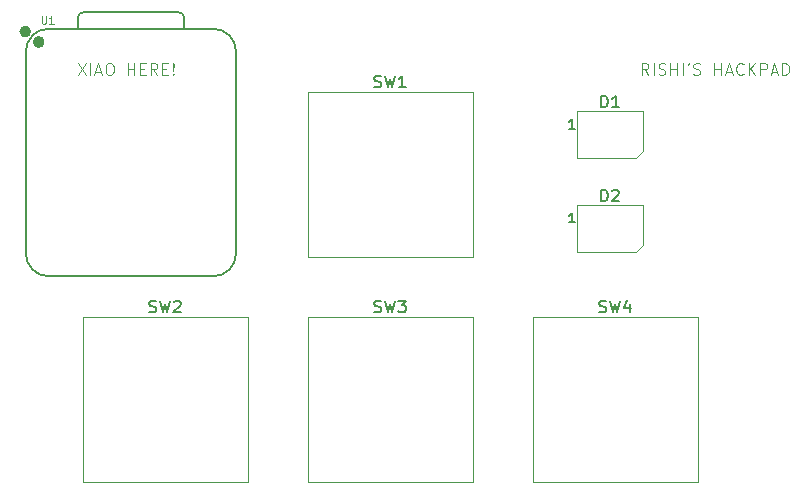
<source format=gbr>
%TF.GenerationSoftware,KiCad,Pcbnew,9.0.6*%
%TF.CreationDate,2025-11-24T17:16:53-08:00*%
%TF.ProjectId,Hackpad,4861636b-7061-4642-9e6b-696361645f70,rev?*%
%TF.SameCoordinates,Original*%
%TF.FileFunction,Legend,Top*%
%TF.FilePolarity,Positive*%
%FSLAX46Y46*%
G04 Gerber Fmt 4.6, Leading zero omitted, Abs format (unit mm)*
G04 Created by KiCad (PCBNEW 9.0.6) date 2025-11-24 17:16:53*
%MOMM*%
%LPD*%
G01*
G04 APERTURE LIST*
%ADD10C,0.100000*%
%ADD11C,0.101600*%
%ADD12C,0.150000*%
%ADD13C,0.127000*%
%ADD14C,0.504000*%
%ADD15C,0.120000*%
G04 APERTURE END LIST*
D10*
X177087812Y-87978669D02*
X176754479Y-87502478D01*
X176516384Y-87978669D02*
X176516384Y-86978669D01*
X176516384Y-86978669D02*
X176897336Y-86978669D01*
X176897336Y-86978669D02*
X176992574Y-87026288D01*
X176992574Y-87026288D02*
X177040193Y-87073907D01*
X177040193Y-87073907D02*
X177087812Y-87169145D01*
X177087812Y-87169145D02*
X177087812Y-87312002D01*
X177087812Y-87312002D02*
X177040193Y-87407240D01*
X177040193Y-87407240D02*
X176992574Y-87454859D01*
X176992574Y-87454859D02*
X176897336Y-87502478D01*
X176897336Y-87502478D02*
X176516384Y-87502478D01*
X177516384Y-87978669D02*
X177516384Y-86978669D01*
X177944955Y-87931050D02*
X178087812Y-87978669D01*
X178087812Y-87978669D02*
X178325907Y-87978669D01*
X178325907Y-87978669D02*
X178421145Y-87931050D01*
X178421145Y-87931050D02*
X178468764Y-87883430D01*
X178468764Y-87883430D02*
X178516383Y-87788192D01*
X178516383Y-87788192D02*
X178516383Y-87692954D01*
X178516383Y-87692954D02*
X178468764Y-87597716D01*
X178468764Y-87597716D02*
X178421145Y-87550097D01*
X178421145Y-87550097D02*
X178325907Y-87502478D01*
X178325907Y-87502478D02*
X178135431Y-87454859D01*
X178135431Y-87454859D02*
X178040193Y-87407240D01*
X178040193Y-87407240D02*
X177992574Y-87359621D01*
X177992574Y-87359621D02*
X177944955Y-87264383D01*
X177944955Y-87264383D02*
X177944955Y-87169145D01*
X177944955Y-87169145D02*
X177992574Y-87073907D01*
X177992574Y-87073907D02*
X178040193Y-87026288D01*
X178040193Y-87026288D02*
X178135431Y-86978669D01*
X178135431Y-86978669D02*
X178373526Y-86978669D01*
X178373526Y-86978669D02*
X178516383Y-87026288D01*
X178944955Y-87978669D02*
X178944955Y-86978669D01*
X178944955Y-87454859D02*
X179516383Y-87454859D01*
X179516383Y-87978669D02*
X179516383Y-86978669D01*
X179992574Y-87978669D02*
X179992574Y-86978669D01*
X180516383Y-86978669D02*
X180421145Y-87169145D01*
X180897335Y-87931050D02*
X181040192Y-87978669D01*
X181040192Y-87978669D02*
X181278287Y-87978669D01*
X181278287Y-87978669D02*
X181373525Y-87931050D01*
X181373525Y-87931050D02*
X181421144Y-87883430D01*
X181421144Y-87883430D02*
X181468763Y-87788192D01*
X181468763Y-87788192D02*
X181468763Y-87692954D01*
X181468763Y-87692954D02*
X181421144Y-87597716D01*
X181421144Y-87597716D02*
X181373525Y-87550097D01*
X181373525Y-87550097D02*
X181278287Y-87502478D01*
X181278287Y-87502478D02*
X181087811Y-87454859D01*
X181087811Y-87454859D02*
X180992573Y-87407240D01*
X180992573Y-87407240D02*
X180944954Y-87359621D01*
X180944954Y-87359621D02*
X180897335Y-87264383D01*
X180897335Y-87264383D02*
X180897335Y-87169145D01*
X180897335Y-87169145D02*
X180944954Y-87073907D01*
X180944954Y-87073907D02*
X180992573Y-87026288D01*
X180992573Y-87026288D02*
X181087811Y-86978669D01*
X181087811Y-86978669D02*
X181325906Y-86978669D01*
X181325906Y-86978669D02*
X181468763Y-87026288D01*
X182659240Y-87978669D02*
X182659240Y-86978669D01*
X182659240Y-87454859D02*
X183230668Y-87454859D01*
X183230668Y-87978669D02*
X183230668Y-86978669D01*
X183659240Y-87692954D02*
X184135430Y-87692954D01*
X183564002Y-87978669D02*
X183897335Y-86978669D01*
X183897335Y-86978669D02*
X184230668Y-87978669D01*
X185135430Y-87883430D02*
X185087811Y-87931050D01*
X185087811Y-87931050D02*
X184944954Y-87978669D01*
X184944954Y-87978669D02*
X184849716Y-87978669D01*
X184849716Y-87978669D02*
X184706859Y-87931050D01*
X184706859Y-87931050D02*
X184611621Y-87835811D01*
X184611621Y-87835811D02*
X184564002Y-87740573D01*
X184564002Y-87740573D02*
X184516383Y-87550097D01*
X184516383Y-87550097D02*
X184516383Y-87407240D01*
X184516383Y-87407240D02*
X184564002Y-87216764D01*
X184564002Y-87216764D02*
X184611621Y-87121526D01*
X184611621Y-87121526D02*
X184706859Y-87026288D01*
X184706859Y-87026288D02*
X184849716Y-86978669D01*
X184849716Y-86978669D02*
X184944954Y-86978669D01*
X184944954Y-86978669D02*
X185087811Y-87026288D01*
X185087811Y-87026288D02*
X185135430Y-87073907D01*
X185564002Y-87978669D02*
X185564002Y-86978669D01*
X186135430Y-87978669D02*
X185706859Y-87407240D01*
X186135430Y-86978669D02*
X185564002Y-87550097D01*
X186564002Y-87978669D02*
X186564002Y-86978669D01*
X186564002Y-86978669D02*
X186944954Y-86978669D01*
X186944954Y-86978669D02*
X187040192Y-87026288D01*
X187040192Y-87026288D02*
X187087811Y-87073907D01*
X187087811Y-87073907D02*
X187135430Y-87169145D01*
X187135430Y-87169145D02*
X187135430Y-87312002D01*
X187135430Y-87312002D02*
X187087811Y-87407240D01*
X187087811Y-87407240D02*
X187040192Y-87454859D01*
X187040192Y-87454859D02*
X186944954Y-87502478D01*
X186944954Y-87502478D02*
X186564002Y-87502478D01*
X187516383Y-87692954D02*
X187992573Y-87692954D01*
X187421145Y-87978669D02*
X187754478Y-86978669D01*
X187754478Y-86978669D02*
X188087811Y-87978669D01*
X188421145Y-87978669D02*
X188421145Y-86978669D01*
X188421145Y-86978669D02*
X188659240Y-86978669D01*
X188659240Y-86978669D02*
X188802097Y-87026288D01*
X188802097Y-87026288D02*
X188897335Y-87121526D01*
X188897335Y-87121526D02*
X188944954Y-87216764D01*
X188944954Y-87216764D02*
X188992573Y-87407240D01*
X188992573Y-87407240D02*
X188992573Y-87550097D01*
X188992573Y-87550097D02*
X188944954Y-87740573D01*
X188944954Y-87740573D02*
X188897335Y-87835811D01*
X188897335Y-87835811D02*
X188802097Y-87931050D01*
X188802097Y-87931050D02*
X188659240Y-87978669D01*
X188659240Y-87978669D02*
X188421145Y-87978669D01*
X128796146Y-86978669D02*
X129462812Y-87978669D01*
X129462812Y-86978669D02*
X128796146Y-87978669D01*
X129843765Y-87978669D02*
X129843765Y-86978669D01*
X130272336Y-87692954D02*
X130748526Y-87692954D01*
X130177098Y-87978669D02*
X130510431Y-86978669D01*
X130510431Y-86978669D02*
X130843764Y-87978669D01*
X131367574Y-86978669D02*
X131558050Y-86978669D01*
X131558050Y-86978669D02*
X131653288Y-87026288D01*
X131653288Y-87026288D02*
X131748526Y-87121526D01*
X131748526Y-87121526D02*
X131796145Y-87312002D01*
X131796145Y-87312002D02*
X131796145Y-87645335D01*
X131796145Y-87645335D02*
X131748526Y-87835811D01*
X131748526Y-87835811D02*
X131653288Y-87931050D01*
X131653288Y-87931050D02*
X131558050Y-87978669D01*
X131558050Y-87978669D02*
X131367574Y-87978669D01*
X131367574Y-87978669D02*
X131272336Y-87931050D01*
X131272336Y-87931050D02*
X131177098Y-87835811D01*
X131177098Y-87835811D02*
X131129479Y-87645335D01*
X131129479Y-87645335D02*
X131129479Y-87312002D01*
X131129479Y-87312002D02*
X131177098Y-87121526D01*
X131177098Y-87121526D02*
X131272336Y-87026288D01*
X131272336Y-87026288D02*
X131367574Y-86978669D01*
X132986622Y-87978669D02*
X132986622Y-86978669D01*
X132986622Y-87454859D02*
X133558050Y-87454859D01*
X133558050Y-87978669D02*
X133558050Y-86978669D01*
X134034241Y-87454859D02*
X134367574Y-87454859D01*
X134510431Y-87978669D02*
X134034241Y-87978669D01*
X134034241Y-87978669D02*
X134034241Y-86978669D01*
X134034241Y-86978669D02*
X134510431Y-86978669D01*
X135510431Y-87978669D02*
X135177098Y-87502478D01*
X134939003Y-87978669D02*
X134939003Y-86978669D01*
X134939003Y-86978669D02*
X135319955Y-86978669D01*
X135319955Y-86978669D02*
X135415193Y-87026288D01*
X135415193Y-87026288D02*
X135462812Y-87073907D01*
X135462812Y-87073907D02*
X135510431Y-87169145D01*
X135510431Y-87169145D02*
X135510431Y-87312002D01*
X135510431Y-87312002D02*
X135462812Y-87407240D01*
X135462812Y-87407240D02*
X135415193Y-87454859D01*
X135415193Y-87454859D02*
X135319955Y-87502478D01*
X135319955Y-87502478D02*
X134939003Y-87502478D01*
X135939003Y-87454859D02*
X136272336Y-87454859D01*
X136415193Y-87978669D02*
X135939003Y-87978669D01*
X135939003Y-87978669D02*
X135939003Y-86978669D01*
X135939003Y-86978669D02*
X136415193Y-86978669D01*
X136843765Y-87883430D02*
X136891384Y-87931050D01*
X136891384Y-87931050D02*
X136843765Y-87978669D01*
X136843765Y-87978669D02*
X136796146Y-87931050D01*
X136796146Y-87931050D02*
X136843765Y-87883430D01*
X136843765Y-87883430D02*
X136843765Y-87978669D01*
X136843765Y-87597716D02*
X136796146Y-87026288D01*
X136796146Y-87026288D02*
X136843765Y-86978669D01*
X136843765Y-86978669D02*
X136891384Y-87026288D01*
X136891384Y-87026288D02*
X136843765Y-87597716D01*
X136843765Y-87597716D02*
X136843765Y-86978669D01*
D11*
X125722440Y-82997229D02*
X125722440Y-83511276D01*
X125722440Y-83511276D02*
X125752678Y-83571752D01*
X125752678Y-83571752D02*
X125782916Y-83601991D01*
X125782916Y-83601991D02*
X125843392Y-83632229D01*
X125843392Y-83632229D02*
X125964345Y-83632229D01*
X125964345Y-83632229D02*
X126024821Y-83601991D01*
X126024821Y-83601991D02*
X126055059Y-83571752D01*
X126055059Y-83571752D02*
X126085297Y-83511276D01*
X126085297Y-83511276D02*
X126085297Y-82997229D01*
X126720297Y-83632229D02*
X126357440Y-83632229D01*
X126538868Y-83632229D02*
X126538868Y-82997229D01*
X126538868Y-82997229D02*
X126478392Y-83087943D01*
X126478392Y-83087943D02*
X126417916Y-83148419D01*
X126417916Y-83148419D02*
X126357440Y-83178657D01*
D12*
X173061905Y-98674819D02*
X173061905Y-97674819D01*
X173061905Y-97674819D02*
X173300000Y-97674819D01*
X173300000Y-97674819D02*
X173442857Y-97722438D01*
X173442857Y-97722438D02*
X173538095Y-97817676D01*
X173538095Y-97817676D02*
X173585714Y-97912914D01*
X173585714Y-97912914D02*
X173633333Y-98103390D01*
X173633333Y-98103390D02*
X173633333Y-98246247D01*
X173633333Y-98246247D02*
X173585714Y-98436723D01*
X173585714Y-98436723D02*
X173538095Y-98531961D01*
X173538095Y-98531961D02*
X173442857Y-98627200D01*
X173442857Y-98627200D02*
X173300000Y-98674819D01*
X173300000Y-98674819D02*
X173061905Y-98674819D01*
X174014286Y-97770057D02*
X174061905Y-97722438D01*
X174061905Y-97722438D02*
X174157143Y-97674819D01*
X174157143Y-97674819D02*
X174395238Y-97674819D01*
X174395238Y-97674819D02*
X174490476Y-97722438D01*
X174490476Y-97722438D02*
X174538095Y-97770057D01*
X174538095Y-97770057D02*
X174585714Y-97865295D01*
X174585714Y-97865295D02*
X174585714Y-97960533D01*
X174585714Y-97960533D02*
X174538095Y-98103390D01*
X174538095Y-98103390D02*
X173966667Y-98674819D01*
X173966667Y-98674819D02*
X174585714Y-98674819D01*
X170828571Y-100457295D02*
X170371428Y-100457295D01*
X170600000Y-100457295D02*
X170600000Y-99657295D01*
X170600000Y-99657295D02*
X170523809Y-99771580D01*
X170523809Y-99771580D02*
X170447619Y-99847771D01*
X170447619Y-99847771D02*
X170371428Y-99885866D01*
X134826667Y-108023200D02*
X134969524Y-108070819D01*
X134969524Y-108070819D02*
X135207619Y-108070819D01*
X135207619Y-108070819D02*
X135302857Y-108023200D01*
X135302857Y-108023200D02*
X135350476Y-107975580D01*
X135350476Y-107975580D02*
X135398095Y-107880342D01*
X135398095Y-107880342D02*
X135398095Y-107785104D01*
X135398095Y-107785104D02*
X135350476Y-107689866D01*
X135350476Y-107689866D02*
X135302857Y-107642247D01*
X135302857Y-107642247D02*
X135207619Y-107594628D01*
X135207619Y-107594628D02*
X135017143Y-107547009D01*
X135017143Y-107547009D02*
X134921905Y-107499390D01*
X134921905Y-107499390D02*
X134874286Y-107451771D01*
X134874286Y-107451771D02*
X134826667Y-107356533D01*
X134826667Y-107356533D02*
X134826667Y-107261295D01*
X134826667Y-107261295D02*
X134874286Y-107166057D01*
X134874286Y-107166057D02*
X134921905Y-107118438D01*
X134921905Y-107118438D02*
X135017143Y-107070819D01*
X135017143Y-107070819D02*
X135255238Y-107070819D01*
X135255238Y-107070819D02*
X135398095Y-107118438D01*
X135731429Y-107070819D02*
X135969524Y-108070819D01*
X135969524Y-108070819D02*
X136160000Y-107356533D01*
X136160000Y-107356533D02*
X136350476Y-108070819D01*
X136350476Y-108070819D02*
X136588572Y-107070819D01*
X136921905Y-107166057D02*
X136969524Y-107118438D01*
X136969524Y-107118438D02*
X137064762Y-107070819D01*
X137064762Y-107070819D02*
X137302857Y-107070819D01*
X137302857Y-107070819D02*
X137398095Y-107118438D01*
X137398095Y-107118438D02*
X137445714Y-107166057D01*
X137445714Y-107166057D02*
X137493333Y-107261295D01*
X137493333Y-107261295D02*
X137493333Y-107356533D01*
X137493333Y-107356533D02*
X137445714Y-107499390D01*
X137445714Y-107499390D02*
X136874286Y-108070819D01*
X136874286Y-108070819D02*
X137493333Y-108070819D01*
X173061905Y-90724819D02*
X173061905Y-89724819D01*
X173061905Y-89724819D02*
X173300000Y-89724819D01*
X173300000Y-89724819D02*
X173442857Y-89772438D01*
X173442857Y-89772438D02*
X173538095Y-89867676D01*
X173538095Y-89867676D02*
X173585714Y-89962914D01*
X173585714Y-89962914D02*
X173633333Y-90153390D01*
X173633333Y-90153390D02*
X173633333Y-90296247D01*
X173633333Y-90296247D02*
X173585714Y-90486723D01*
X173585714Y-90486723D02*
X173538095Y-90581961D01*
X173538095Y-90581961D02*
X173442857Y-90677200D01*
X173442857Y-90677200D02*
X173300000Y-90724819D01*
X173300000Y-90724819D02*
X173061905Y-90724819D01*
X174585714Y-90724819D02*
X174014286Y-90724819D01*
X174300000Y-90724819D02*
X174300000Y-89724819D01*
X174300000Y-89724819D02*
X174204762Y-89867676D01*
X174204762Y-89867676D02*
X174109524Y-89962914D01*
X174109524Y-89962914D02*
X174014286Y-90010533D01*
X170828571Y-92507295D02*
X170371428Y-92507295D01*
X170600000Y-92507295D02*
X170600000Y-91707295D01*
X170600000Y-91707295D02*
X170523809Y-91821580D01*
X170523809Y-91821580D02*
X170447619Y-91897771D01*
X170447619Y-91897771D02*
X170371428Y-91935866D01*
X153876667Y-108023200D02*
X154019524Y-108070819D01*
X154019524Y-108070819D02*
X154257619Y-108070819D01*
X154257619Y-108070819D02*
X154352857Y-108023200D01*
X154352857Y-108023200D02*
X154400476Y-107975580D01*
X154400476Y-107975580D02*
X154448095Y-107880342D01*
X154448095Y-107880342D02*
X154448095Y-107785104D01*
X154448095Y-107785104D02*
X154400476Y-107689866D01*
X154400476Y-107689866D02*
X154352857Y-107642247D01*
X154352857Y-107642247D02*
X154257619Y-107594628D01*
X154257619Y-107594628D02*
X154067143Y-107547009D01*
X154067143Y-107547009D02*
X153971905Y-107499390D01*
X153971905Y-107499390D02*
X153924286Y-107451771D01*
X153924286Y-107451771D02*
X153876667Y-107356533D01*
X153876667Y-107356533D02*
X153876667Y-107261295D01*
X153876667Y-107261295D02*
X153924286Y-107166057D01*
X153924286Y-107166057D02*
X153971905Y-107118438D01*
X153971905Y-107118438D02*
X154067143Y-107070819D01*
X154067143Y-107070819D02*
X154305238Y-107070819D01*
X154305238Y-107070819D02*
X154448095Y-107118438D01*
X154781429Y-107070819D02*
X155019524Y-108070819D01*
X155019524Y-108070819D02*
X155210000Y-107356533D01*
X155210000Y-107356533D02*
X155400476Y-108070819D01*
X155400476Y-108070819D02*
X155638572Y-107070819D01*
X155924286Y-107070819D02*
X156543333Y-107070819D01*
X156543333Y-107070819D02*
X156210000Y-107451771D01*
X156210000Y-107451771D02*
X156352857Y-107451771D01*
X156352857Y-107451771D02*
X156448095Y-107499390D01*
X156448095Y-107499390D02*
X156495714Y-107547009D01*
X156495714Y-107547009D02*
X156543333Y-107642247D01*
X156543333Y-107642247D02*
X156543333Y-107880342D01*
X156543333Y-107880342D02*
X156495714Y-107975580D01*
X156495714Y-107975580D02*
X156448095Y-108023200D01*
X156448095Y-108023200D02*
X156352857Y-108070819D01*
X156352857Y-108070819D02*
X156067143Y-108070819D01*
X156067143Y-108070819D02*
X155971905Y-108023200D01*
X155971905Y-108023200D02*
X155924286Y-107975580D01*
X153876667Y-88973200D02*
X154019524Y-89020819D01*
X154019524Y-89020819D02*
X154257619Y-89020819D01*
X154257619Y-89020819D02*
X154352857Y-88973200D01*
X154352857Y-88973200D02*
X154400476Y-88925580D01*
X154400476Y-88925580D02*
X154448095Y-88830342D01*
X154448095Y-88830342D02*
X154448095Y-88735104D01*
X154448095Y-88735104D02*
X154400476Y-88639866D01*
X154400476Y-88639866D02*
X154352857Y-88592247D01*
X154352857Y-88592247D02*
X154257619Y-88544628D01*
X154257619Y-88544628D02*
X154067143Y-88497009D01*
X154067143Y-88497009D02*
X153971905Y-88449390D01*
X153971905Y-88449390D02*
X153924286Y-88401771D01*
X153924286Y-88401771D02*
X153876667Y-88306533D01*
X153876667Y-88306533D02*
X153876667Y-88211295D01*
X153876667Y-88211295D02*
X153924286Y-88116057D01*
X153924286Y-88116057D02*
X153971905Y-88068438D01*
X153971905Y-88068438D02*
X154067143Y-88020819D01*
X154067143Y-88020819D02*
X154305238Y-88020819D01*
X154305238Y-88020819D02*
X154448095Y-88068438D01*
X154781429Y-88020819D02*
X155019524Y-89020819D01*
X155019524Y-89020819D02*
X155210000Y-88306533D01*
X155210000Y-88306533D02*
X155400476Y-89020819D01*
X155400476Y-89020819D02*
X155638572Y-88020819D01*
X156543333Y-89020819D02*
X155971905Y-89020819D01*
X156257619Y-89020819D02*
X156257619Y-88020819D01*
X156257619Y-88020819D02*
X156162381Y-88163676D01*
X156162381Y-88163676D02*
X156067143Y-88258914D01*
X156067143Y-88258914D02*
X155971905Y-88306533D01*
X172926667Y-108023200D02*
X173069524Y-108070819D01*
X173069524Y-108070819D02*
X173307619Y-108070819D01*
X173307619Y-108070819D02*
X173402857Y-108023200D01*
X173402857Y-108023200D02*
X173450476Y-107975580D01*
X173450476Y-107975580D02*
X173498095Y-107880342D01*
X173498095Y-107880342D02*
X173498095Y-107785104D01*
X173498095Y-107785104D02*
X173450476Y-107689866D01*
X173450476Y-107689866D02*
X173402857Y-107642247D01*
X173402857Y-107642247D02*
X173307619Y-107594628D01*
X173307619Y-107594628D02*
X173117143Y-107547009D01*
X173117143Y-107547009D02*
X173021905Y-107499390D01*
X173021905Y-107499390D02*
X172974286Y-107451771D01*
X172974286Y-107451771D02*
X172926667Y-107356533D01*
X172926667Y-107356533D02*
X172926667Y-107261295D01*
X172926667Y-107261295D02*
X172974286Y-107166057D01*
X172974286Y-107166057D02*
X173021905Y-107118438D01*
X173021905Y-107118438D02*
X173117143Y-107070819D01*
X173117143Y-107070819D02*
X173355238Y-107070819D01*
X173355238Y-107070819D02*
X173498095Y-107118438D01*
X173831429Y-107070819D02*
X174069524Y-108070819D01*
X174069524Y-108070819D02*
X174260000Y-107356533D01*
X174260000Y-107356533D02*
X174450476Y-108070819D01*
X174450476Y-108070819D02*
X174688572Y-107070819D01*
X175498095Y-107404152D02*
X175498095Y-108070819D01*
X175260000Y-107023200D02*
X175021905Y-107737485D01*
X175021905Y-107737485D02*
X175640952Y-107737485D01*
D13*
%TO.C,U1*%
X124380000Y-103107500D02*
X124380000Y-85962500D01*
X126285000Y-105012500D02*
X140255000Y-105012500D01*
X128775000Y-84057500D02*
X128778728Y-83147228D01*
X129278728Y-82647500D02*
X137274000Y-82647500D01*
X137774000Y-83147500D02*
X137774000Y-84057500D01*
D10*
X140255000Y-84057500D02*
X126285000Y-84057500D01*
D13*
X140255000Y-84057500D02*
X126285000Y-84057500D01*
X142160000Y-103107500D02*
X142160000Y-85962500D01*
X124380000Y-85962500D02*
G75*
G02*
X126285000Y-84057500I1905001J-1D01*
G01*
X126285000Y-105012500D02*
G75*
G02*
X124380000Y-103107500I1J1905001D01*
G01*
X128778728Y-83147228D02*
G75*
G02*
X129278728Y-82647501I500018J-291D01*
G01*
X137274000Y-82647500D02*
G75*
G02*
X137774000Y-83147500I0J-500000D01*
G01*
X140255000Y-84057500D02*
G75*
G02*
X142160000Y-85962500I0J-1905000D01*
G01*
X142160000Y-103107500D02*
G75*
G02*
X140255000Y-105012500I-1905000J0D01*
G01*
D14*
X124572000Y-84298500D02*
G75*
G02*
X124068000Y-84298500I-252000J0D01*
G01*
X124068000Y-84298500D02*
G75*
G02*
X124572000Y-84298500I252000J0D01*
G01*
X125715000Y-85178500D02*
G75*
G02*
X125211000Y-85178500I-252000J0D01*
G01*
X125211000Y-85178500D02*
G75*
G02*
X125715000Y-85178500I252000J0D01*
G01*
D15*
%TO.C,D2*%
X171000000Y-98970000D02*
X171000000Y-102970000D01*
X171000000Y-98970000D02*
X176600000Y-98970000D01*
X171000000Y-102970000D02*
X176000000Y-102970000D01*
X176600000Y-102370000D02*
X176000000Y-102970000D01*
X176600000Y-102370000D02*
X176600000Y-98970000D01*
%TO.C,SW2*%
X129175000Y-108505000D02*
X143145000Y-108505000D01*
X129175000Y-122475000D02*
X129175000Y-108505000D01*
X143145000Y-108505000D02*
X143145000Y-122475000D01*
X143145000Y-122475000D02*
X129175000Y-122475000D01*
%TO.C,D1*%
X171000000Y-91020000D02*
X171000000Y-95020000D01*
X171000000Y-91020000D02*
X176600000Y-91020000D01*
X171000000Y-95020000D02*
X176000000Y-95020000D01*
X176600000Y-94420000D02*
X176000000Y-95020000D01*
X176600000Y-94420000D02*
X176600000Y-91020000D01*
%TO.C,SW3*%
X148225000Y-108505000D02*
X162195000Y-108505000D01*
X148225000Y-122475000D02*
X148225000Y-108505000D01*
X162195000Y-108505000D02*
X162195000Y-122475000D01*
X162195000Y-122475000D02*
X148225000Y-122475000D01*
%TO.C,SW1*%
X148225000Y-89455000D02*
X162195000Y-89455000D01*
X148225000Y-103425000D02*
X148225000Y-89455000D01*
X162195000Y-89455000D02*
X162195000Y-103425000D01*
X162195000Y-103425000D02*
X148225000Y-103425000D01*
%TO.C,SW4*%
X167275000Y-108505000D02*
X181245000Y-108505000D01*
X167275000Y-122475000D02*
X167275000Y-108505000D01*
X181245000Y-108505000D02*
X181245000Y-122475000D01*
X181245000Y-122475000D02*
X167275000Y-122475000D01*
%TD*%
M02*

</source>
